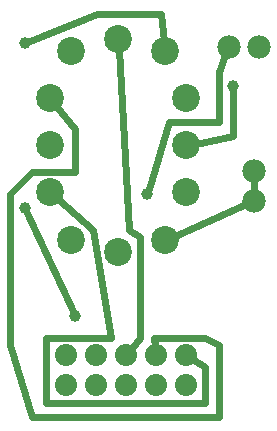
<source format=gtl>
G04 MADE WITH FRITZING*
G04 WWW.FRITZING.ORG*
G04 DOUBLE SIDED*
G04 HOLES PLATED*
G04 CONTOUR ON CENTER OF CONTOUR VECTOR*
%ASAXBY*%
%FSLAX23Y23*%
%MOIN*%
%OFA0B0*%
%SFA1.0B1.0*%
%ADD10C,0.039370*%
%ADD11C,0.073667*%
%ADD12C,0.093195*%
%ADD13C,0.078000*%
%ADD14C,0.024000*%
%LNCOPPER1*%
G90*
G70*
G54D10*
X348Y376D03*
X180Y736D03*
X876Y1144D03*
X180Y1288D03*
X588Y784D03*
G54D11*
X718Y146D03*
X718Y246D03*
X618Y146D03*
X618Y246D03*
X518Y146D03*
X518Y246D03*
X418Y146D03*
X418Y246D03*
X318Y146D03*
X318Y246D03*
X718Y146D03*
X718Y246D03*
X618Y146D03*
X618Y246D03*
X518Y146D03*
X518Y246D03*
X418Y146D03*
X418Y246D03*
X318Y146D03*
X318Y246D03*
G54D12*
X649Y631D03*
X718Y789D03*
X334Y631D03*
X265Y789D03*
X265Y946D03*
X265Y1104D03*
X334Y1261D03*
X492Y1301D03*
X649Y1261D03*
X718Y1104D03*
X718Y946D03*
X492Y592D03*
X649Y631D03*
X718Y789D03*
X334Y631D03*
X265Y789D03*
X265Y946D03*
X265Y1104D03*
X334Y1261D03*
X492Y1301D03*
X649Y1261D03*
X718Y1104D03*
X718Y946D03*
X492Y592D03*
G54D13*
X944Y861D03*
X944Y761D03*
X944Y861D03*
X944Y761D03*
X960Y1275D03*
X860Y1275D03*
X960Y1275D03*
X860Y1275D03*
G54D14*
X944Y791D02*
X944Y831D01*
D02*
X680Y645D02*
X917Y749D01*
D02*
X564Y640D02*
X564Y304D01*
D02*
X528Y664D02*
X564Y640D01*
D02*
X494Y1267D02*
X528Y664D01*
D02*
X564Y304D02*
X538Y271D01*
D02*
X468Y304D02*
X408Y664D01*
D02*
X252Y304D02*
X468Y304D01*
D02*
X252Y88D02*
X252Y304D01*
D02*
X780Y88D02*
X252Y88D01*
D02*
X780Y208D02*
X780Y88D01*
D02*
X745Y230D02*
X780Y208D01*
D02*
X408Y664D02*
X291Y767D01*
D02*
X876Y976D02*
X751Y952D01*
D02*
X876Y1125D02*
X876Y976D01*
D02*
X340Y393D02*
X188Y719D01*
D02*
X198Y1295D02*
X420Y1384D01*
D02*
X636Y1384D02*
X646Y1294D01*
D02*
X420Y1384D02*
X636Y1384D01*
D02*
X780Y304D02*
X828Y280D01*
D02*
X612Y304D02*
X780Y304D01*
D02*
X615Y277D02*
X612Y304D01*
D02*
X132Y784D02*
X204Y856D01*
D02*
X132Y280D02*
X132Y784D01*
D02*
X204Y40D02*
X132Y280D01*
D02*
X828Y40D02*
X204Y40D01*
D02*
X828Y280D02*
X828Y40D01*
D02*
X593Y802D02*
X660Y1024D01*
D02*
X348Y1000D02*
X286Y1078D01*
D02*
X348Y856D02*
X348Y1000D01*
D02*
X204Y856D02*
X348Y856D01*
D02*
X828Y1192D02*
X849Y1246D01*
D02*
X828Y1024D02*
X828Y1192D01*
D02*
X660Y1024D02*
X828Y1024D01*
G04 End of Copper1*
M02*
</source>
